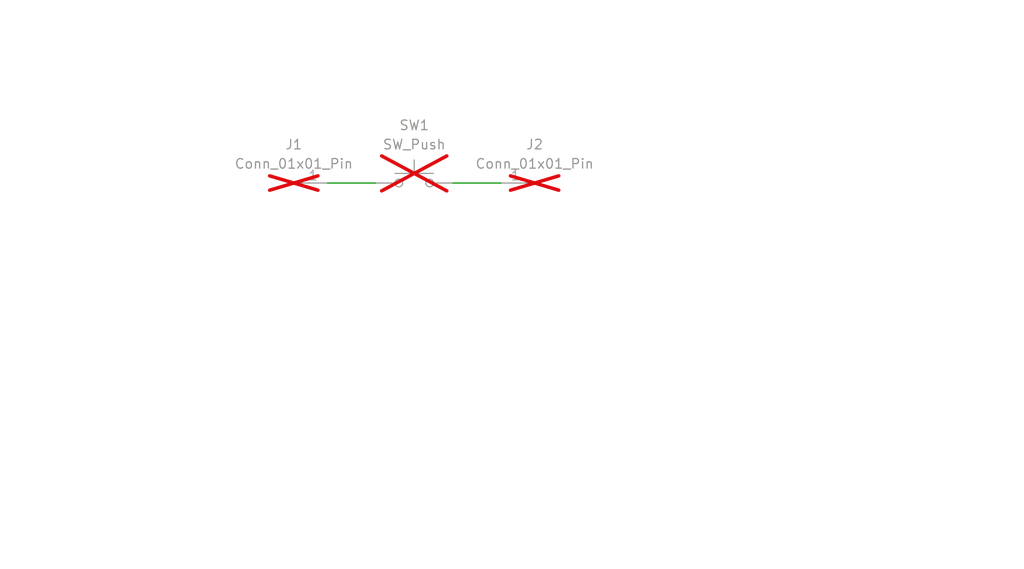
<source format=kicad_sch>
(kicad_sch (version 20230121) (generator eeschema)
  (paper "User" 135.001 75.0062)
  (lib_symbols
    (symbol "Connector:Conn_01x01_Pin" (pin_names (offset 1.016) hide)
      (property "Reference" "J" (at 0 2.54 0))
      (property "Value" "Conn_01x01_Pin" (at 0 -2.54 0))
      (symbol "Conn_01x01_Pin_1_1"
        (polyline (pts (xy 1.27 0) (xy 0.8636 0)) (stroke (width 0.1524)))
        (rectangle (start 0.8636 0.127) (end 0 -0.127) (stroke (width 0.1524)) (fill (type outline)))
        (pin passive line (at 5.08 0 180) (length 3.81) (name "Pin_1") (number "1"))
      )
    )
    (symbol "Switch:SW_Push" (pin_numbers hide) (pin_names (offset 1.016) hide)
      (property "Reference" "SW" (at 1.27 2.54 0))
      (property "Value" "SW_Push" (at 0 -1.524 0))
      (symbol "SW_Push_0_1"
        (circle (center -2.032 0) (radius 0.508))
        (polyline (pts (xy 0 1.27) (xy 0 3.048)))
        (polyline (pts (xy 2.54 1.27) (xy -2.54 1.27)))
        (circle (center 2.032 0) (radius 0.508))
        (pin passive line (at -5.08 0 0) (length 2.54) (name "1") (number "1"))
        (pin passive line (at 5.08 0 180) (length 2.54) (name "2") (number "2"))
      )
    )
  )
  (wire (pts (xy 43.18 24.13) (xy 49.53 24.13)))
  (wire (pts (xy 59.69 24.13) (xy 66.04 24.13)))
  (symbol (lib_id "Switch:SW_Push") (at 54.61 24.13 0) (mirror y) (unit 1) (in_bom no) (dnp yes)
    (property "Reference" "SW1" (at 54.61 16.51 0))
    (property "Value" "SW_Push" (at 54.61 19.05 0))
    (property "Footprint" "hhl:progcc_bpad" (effects hide))
  )
  (symbol (lib_id "Connector:Conn_01x01_Pin") (at 71.12 24.13 180) (unit 1) (in_bom no) (dnp yes)
    (property "Reference" "J2" (at 70.485 19.05 0))
    (property "Value" "Conn_01x01_Pin" (at 70.485 21.59 0))
    (property "Footprint" "Connector_PinHeader_1.27mm:PinHeader_1x01_P1.27mm_Vertical" (effects hide))
  )
  (symbol (lib_id "Connector:Conn_01x01_Pin") (at 38.1 24.13 0) (unit 1) (in_bom no) (dnp yes)
    (property "Reference" "J1" (at 38.735 19.05 0))
    (property "Value" "Conn_01x01_Pin" (at 38.735 21.59 0))
    (property "Footprint" "Connector_PinHeader_1.27mm:PinHeader_1x01_P1.27mm_Vertical" (effects hide))
  )
)
</source>
